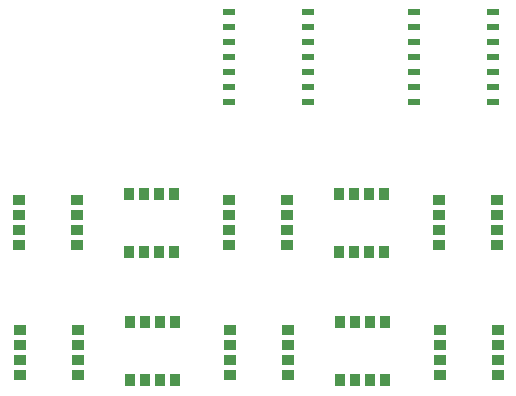
<source format=gbr>
%TF.GenerationSoftware,KiCad,Pcbnew,(5.1.7)-1*%
%TF.CreationDate,2021-02-06T18:02:14-06:00*%
%TF.ProjectId,SLEDBoard,534c4544-426f-4617-9264-2e6b69636164,v01*%
%TF.SameCoordinates,Original*%
%TF.FileFunction,Paste,Top*%
%TF.FilePolarity,Positive*%
%FSLAX46Y46*%
G04 Gerber Fmt 4.6, Leading zero omitted, Abs format (unit mm)*
G04 Created by KiCad (PCBNEW (5.1.7)-1) date 2021-02-06 18:02:14*
%MOMM*%
%LPD*%
G01*
G04 APERTURE LIST*
%ADD10R,1.100000X0.510000*%
%ADD11R,1.100000X0.900000*%
%ADD12R,0.900000X1.100000*%
G04 APERTURE END LIST*
D10*
%TO.C,3SB1*%
X94210200Y-101610000D03*
X94210200Y-102880000D03*
X94210200Y-104150000D03*
X94210200Y-105420000D03*
X94210200Y-106690000D03*
X94210200Y-107960000D03*
X94210200Y-109230000D03*
X87510200Y-109230000D03*
X87510200Y-107960000D03*
X87510200Y-106690000D03*
X87510200Y-105420000D03*
X87510200Y-104150000D03*
X87510200Y-102880000D03*
X87510200Y-101610000D03*
%TD*%
%TO.C,3SB2*%
X78513000Y-101610000D03*
X78513000Y-102880000D03*
X78513000Y-104150000D03*
X78513000Y-105420000D03*
X78513000Y-106690000D03*
X78513000Y-107960000D03*
X78513000Y-109230000D03*
X71813000Y-109230000D03*
X71813000Y-107960000D03*
X71813000Y-106690000D03*
X71813000Y-105420000D03*
X71813000Y-104150000D03*
X71813000Y-102880000D03*
X71813000Y-101610000D03*
%TD*%
D11*
%TO.C,LED1*%
X58949920Y-121300080D03*
X58949920Y-120030080D03*
X58949920Y-118760080D03*
X58949920Y-117490080D03*
X54049920Y-121300080D03*
X54049920Y-120030080D03*
X54049920Y-118760080D03*
X54049920Y-117490080D03*
%TD*%
%TO.C,LED2*%
X59024920Y-132285080D03*
X59024920Y-131015080D03*
X59024920Y-129745080D03*
X59024920Y-128475080D03*
X54124920Y-132285080D03*
X54124920Y-131015080D03*
X54124920Y-129745080D03*
X54124920Y-128475080D03*
%TD*%
D12*
%TO.C,LED3*%
X63394920Y-121924920D03*
X64664920Y-121924920D03*
X65934920Y-121924920D03*
X67204920Y-121924920D03*
X63394920Y-117024920D03*
X64664920Y-117024920D03*
X65934920Y-117024920D03*
X67204920Y-117024920D03*
%TD*%
%TO.C,LED4*%
X67290080Y-127840080D03*
X66020080Y-127840080D03*
X64750080Y-127840080D03*
X63480080Y-127840080D03*
X67290080Y-132740080D03*
X66020080Y-132740080D03*
X64750080Y-132740080D03*
X63480080Y-132740080D03*
%TD*%
D11*
%TO.C,LED5*%
X76729920Y-121300080D03*
X76729920Y-120030080D03*
X76729920Y-118760080D03*
X76729920Y-117490080D03*
X71829920Y-121300080D03*
X71829920Y-120030080D03*
X71829920Y-118760080D03*
X71829920Y-117490080D03*
%TD*%
%TO.C,LED6*%
X76804920Y-132285080D03*
X76804920Y-131015080D03*
X76804920Y-129745080D03*
X76804920Y-128475080D03*
X71904920Y-132285080D03*
X71904920Y-131015080D03*
X71904920Y-129745080D03*
X71904920Y-128475080D03*
%TD*%
D12*
%TO.C,LED7*%
X81174920Y-121924920D03*
X82444920Y-121924920D03*
X83714920Y-121924920D03*
X84984920Y-121924920D03*
X81174920Y-117024920D03*
X82444920Y-117024920D03*
X83714920Y-117024920D03*
X84984920Y-117024920D03*
%TD*%
%TO.C,LED8*%
X85070080Y-127840080D03*
X83800080Y-127840080D03*
X82530080Y-127840080D03*
X81260080Y-127840080D03*
X85070080Y-132740080D03*
X83800080Y-132740080D03*
X82530080Y-132740080D03*
X81260080Y-132740080D03*
%TD*%
D11*
%TO.C,LED9*%
X94509920Y-121300080D03*
X94509920Y-120030080D03*
X94509920Y-118760080D03*
X94509920Y-117490080D03*
X89609920Y-121300080D03*
X89609920Y-120030080D03*
X89609920Y-118760080D03*
X89609920Y-117490080D03*
%TD*%
%TO.C,LED10*%
X94584920Y-132285080D03*
X94584920Y-131015080D03*
X94584920Y-129745080D03*
X94584920Y-128475080D03*
X89684920Y-132285080D03*
X89684920Y-131015080D03*
X89684920Y-129745080D03*
X89684920Y-128475080D03*
%TD*%
M02*

</source>
